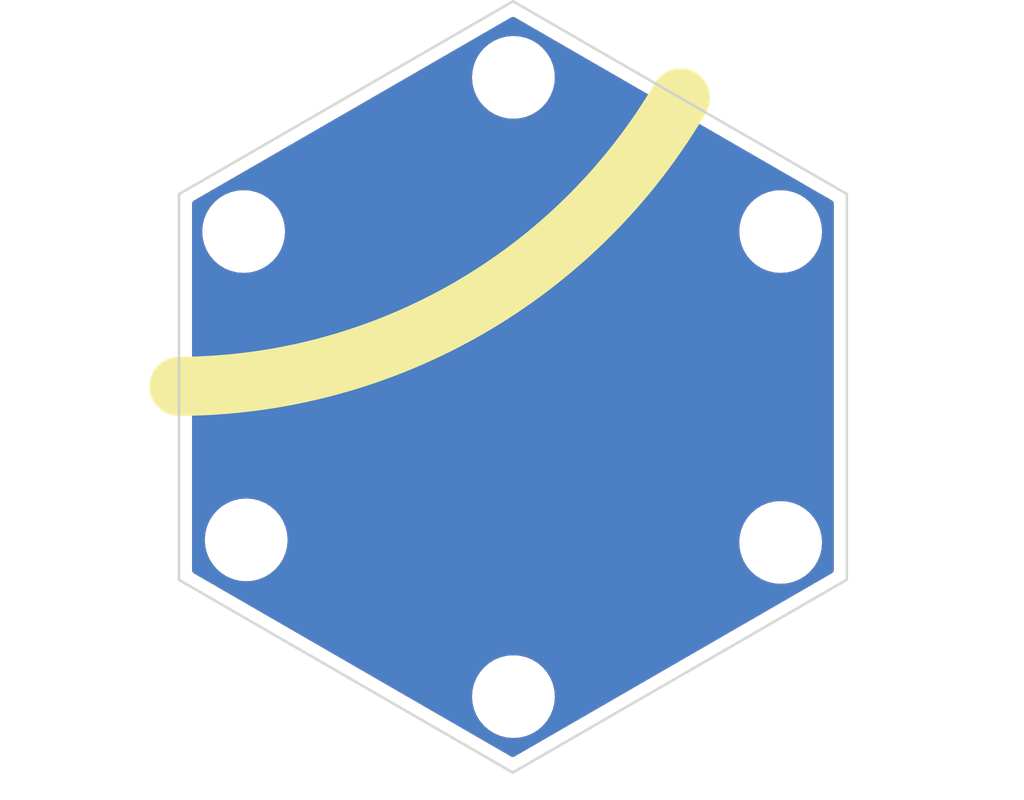
<source format=kicad_pcb>
(kicad_pcb (version 20211014) (generator pcbnew)
  (layers (0 "F.Cu" signal) (31 "B.Cu" signal) (34 "B.Paste" user) (35 "F.Paste" user) (36 "B.SilkS" user "B.Silkscreen") (37 "F.SilkS" user "F.Silkscreen") (38 "B.Mask" user) (39 "F.Mask" user) (44 "Edge.Cuts" user))
  (net 0 "")
  (footprint "MountingHole:MountingHole_2.2mm_M2" (layer "F.Cu") (at 133.8 92.3)
    (fp_text reference "REF**" hide)
    (fp_text value "MountingHole_2.2mm_M2")
    (pad "" np_thru_hole circle locked (at 0 0) (size 2.2 2.2) (drill 2.2) (layers *.Cu *.Mask))
  )
  (footprint "MountingHole:MountingHole_2.2mm_M2" (layer "F.Cu") (at 154.7 104.4)
    (fp_text reference "REF**" hide)
    (fp_text value "MountingHole_2.2mm_M2")
    (pad "" np_thru_hole circle locked (at 0 0) (size 2.2 2.2) (drill 2.2) (layers *.Cu *.Mask))
  )
  (footprint "MountingHole:MountingHole_2.2mm_M2" (layer "F.Cu") (at 144.3 110.4)
    (fp_text reference "REF**" hide)
    (fp_text value "MountingHole_2.2mm_M2")
    (pad "" np_thru_hole circle locked (at 0 0) (size 2.2 2.2) (drill 2.2) (layers *.Cu *.Mask))
  )
  (footprint "MountingHole:MountingHole_2.2mm_M2" (layer "F.Cu") (at 144.3 86.3)
    (fp_text reference "REF**" hide)
    (fp_text value "MountingHole_2.2mm_M2")
    (pad "" np_thru_hole circle locked (at 0 0) (size 2.2 2.2) (drill 2.2) (layers *.Cu *.Mask))
  )
  (footprint "MountingHole:MountingHole_2.2mm_M2" (layer "F.Cu") (at 133.9 104.3)
    (fp_text reference "REF**" hide)
    (fp_text value "MountingHole_2.2mm_M2")
    (pad "" np_thru_hole circle locked (at 0 0) (size 2.2 2.2) (drill 2.2) (layers *.Cu *.Mask))
  )
  (footprint "MountingHole:MountingHole_2.2mm_M2" (layer "F.Cu") (at 154.7 92.3)
    (fp_text reference "REF**" hide)
    (fp_text value "MountingHole_2.2mm_M2")
    (pad "" np_thru_hole circle locked (at 0 0) (size 2.2 2.2) (drill 2.2) (layers *.Cu *.Mask))
  )
  (gr_arc (start 150.8 87.1) (mid 142.527772 95.300153) (end 131.279418 98.324517) (layer "F.SilkS") (width 2.3))
  (gr_line (start 144.274688 113.355332) (end 157.265069 105.855332) (layer "Edge.Cuts") (width 0.1))
  (gr_line (start 144.284306 83.338672) (end 131.293925 90.838672) (layer "Edge.Cuts") (width 0.1))
  (gr_line (start 157.274688 90.838672) (end 144.284306 83.338672) (layer "Edge.Cuts") (width 0.1))
  (gr_line (start 157.274688 105.838672) (end 157.274688 90.838672) (layer "Edge.Cuts") (width 0.1))
  (gr_line (start 131.284306 90.855332) (end 131.284306 105.855332) (layer "Edge.Cuts") (width 0.1))
  (gr_line (start 131.284306 105.855332) (end 144.274688 113.355332) (layer "Edge.Cuts") (width 0.1))
  (zone (net 0) (net_name "") (layers F&B.Cu) (connect_pads (clearance 0.508)) (min_thickness 0.254) (fill yes (thermal_gap 0.508) (thermal_bridge_width 0.508))
    (polygon (pts (xy 157.1 90.9) (xy 157.2 105.7) (xy 144.3 113.1) (xy 131.4 105.7) (xy 131.4 91) (xy 144.3 83.6)))
  )
)
</source>
